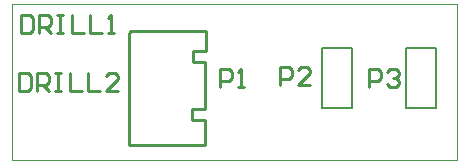
<source format=gto>
%FSLAX25Y25*%
%MOIN*%
G70*
G01*
G75*
%ADD10C,0.00400*%
%ADD11R,0.08000X0.06000*%
%ADD12O,0.08000X0.06000*%
%ADD13R,0.05906X0.05906*%
%ADD14C,0.05906*%
%ADD15C,0.12000*%
%ADD16C,0.02000*%
%ADD17C,0.01000*%
%ADD18C,0.00787*%
D10*
X0Y0D02*
Y52000D01*
X148500D01*
Y0D02*
Y52000D01*
X0Y0D02*
X148500D01*
D17*
X60300Y32800D02*
Y36600D01*
X64500Y31900D02*
Y32800D01*
X60300D02*
X64500D01*
Y17300D02*
Y31900D01*
X60300Y36600D02*
X64700D01*
Y43100D01*
X39700D02*
X64700D01*
X39000Y42400D02*
X39700Y43100D01*
X39000Y5000D02*
Y42400D01*
Y5000D02*
X54000D01*
X60000Y17300D02*
X64500D01*
X60000Y13500D02*
Y17300D01*
Y13500D02*
X64500D01*
Y5000D02*
Y13500D01*
X54000Y5000D02*
X64500D01*
X69500Y24500D02*
Y30498D01*
X72499D01*
X73499Y29498D01*
Y27499D01*
X72499Y26499D01*
X69500D01*
X75498Y24500D02*
X77497D01*
X76498D01*
Y30498D01*
X75498Y29498D01*
X119000Y24500D02*
Y30498D01*
X121999D01*
X122999Y29498D01*
Y27499D01*
X121999Y26499D01*
X119000D01*
X124998Y29498D02*
X125998Y30498D01*
X127997D01*
X128997Y29498D01*
Y28499D01*
X127997Y27499D01*
X126997D01*
X127997D01*
X128997Y26499D01*
Y25500D01*
X127997Y24500D01*
X125998D01*
X124998Y25500D01*
X89500Y25000D02*
Y30998D01*
X92499D01*
X93499Y29998D01*
Y27999D01*
X92499Y26999D01*
X89500D01*
X99497Y25000D02*
X95498D01*
X99497Y28999D01*
Y29998D01*
X98497Y30998D01*
X96498D01*
X95498Y29998D01*
X3000Y48498D02*
Y42500D01*
X5999D01*
X6999Y43500D01*
Y47498D01*
X5999Y48498D01*
X3000D01*
X8998Y42500D02*
Y48498D01*
X11997D01*
X12997Y47498D01*
Y45499D01*
X11997Y44499D01*
X8998D01*
X10997D02*
X12997Y42500D01*
X14996Y48498D02*
X16996D01*
X15996D01*
Y42500D01*
X14996D01*
X16996D01*
X19995Y48498D02*
Y42500D01*
X23993D01*
X25993Y48498D02*
Y42500D01*
X29991D01*
X31991D02*
X33990D01*
X32990D01*
Y48498D01*
X31991Y47498D01*
X2500Y28998D02*
Y23000D01*
X5499D01*
X6499Y24000D01*
Y27998D01*
X5499Y28998D01*
X2500D01*
X8498Y23000D02*
Y28998D01*
X11497D01*
X12497Y27998D01*
Y25999D01*
X11497Y24999D01*
X8498D01*
X10497D02*
X12497Y23000D01*
X14496Y28998D02*
X16496D01*
X15496D01*
Y23000D01*
X14496D01*
X16496D01*
X19494Y28998D02*
Y23000D01*
X23493D01*
X25493Y28998D02*
Y23000D01*
X29491D01*
X35489D02*
X31491D01*
X35489Y26999D01*
Y27998D01*
X34490Y28998D01*
X32490D01*
X31491Y27998D01*
D18*
X131500Y17500D02*
X141500D01*
X131500D02*
Y37500D01*
X141500D01*
Y17500D02*
Y37500D01*
X103500Y17500D02*
X113500D01*
X103500D02*
Y37500D01*
X113500D01*
Y17500D02*
Y37500D01*
M02*

</source>
